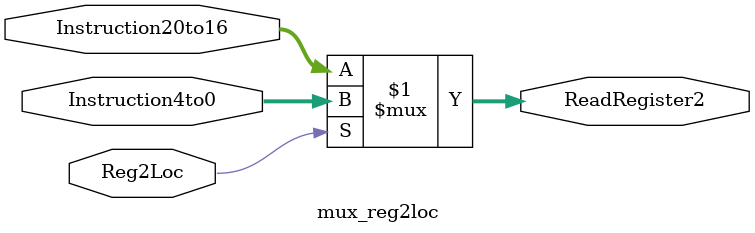
<source format=v>
module mux_reg2loc(Instruction20to16,Instruction4to0,Reg2Loc,ReadRegister2);

input[4:0] Instruction20to16;
input[4:0] Instruction4to0;
input Reg2Loc;
output[4:0] ReadRegister2;


assign ReadRegister2 = (Reg2Loc) ? Instruction4to0:Instruction20to16 ; 

endmodule 
</source>
